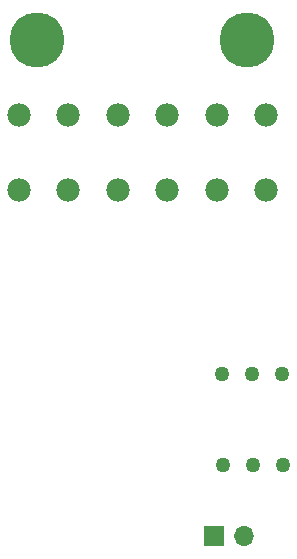
<source format=gbr>
%TF.GenerationSoftware,KiCad,Pcbnew,(6.0.8)*%
%TF.CreationDate,2023-06-01T04:31:02+02:00*%
%TF.ProjectId,BSPD-07,42535044-2d30-4372-9e6b-696361645f70,rev?*%
%TF.SameCoordinates,Original*%
%TF.FileFunction,Soldermask,Bot*%
%TF.FilePolarity,Negative*%
%FSLAX46Y46*%
G04 Gerber Fmt 4.6, Leading zero omitted, Abs format (unit mm)*
G04 Created by KiCad (PCBNEW (6.0.8)) date 2023-06-01 04:31:02*
%MOMM*%
%LPD*%
G01*
G04 APERTURE LIST*
%ADD10C,1.269000*%
%ADD11R,1.700000X1.700000*%
%ADD12O,1.700000X1.700000*%
%ADD13C,1.965000*%
%ADD14C,4.665000*%
G04 APERTURE END LIST*
D10*
%TO.C,RV1*%
X170685200Y-113715800D03*
X173225200Y-113715800D03*
X175765200Y-113715800D03*
%TD*%
%TO.C,RV2*%
X170736000Y-121437400D03*
X173276000Y-121437400D03*
X175816000Y-121437400D03*
%TD*%
D11*
%TO.C,JP1*%
X169969000Y-127431800D03*
D12*
X172509000Y-127431800D03*
%TD*%
D13*
%TO.C,J1*%
X174403800Y-98196400D03*
X170213800Y-98196400D03*
X166023800Y-98196400D03*
X161833800Y-98196400D03*
X157643800Y-98196400D03*
X153453800Y-98196400D03*
X153453800Y-91846400D03*
X157643800Y-91846400D03*
X161833800Y-91846400D03*
X166023800Y-91846400D03*
X170213800Y-91846400D03*
X174403800Y-91846400D03*
D14*
X172813800Y-85496400D03*
X155033800Y-85496400D03*
%TD*%
M02*

</source>
